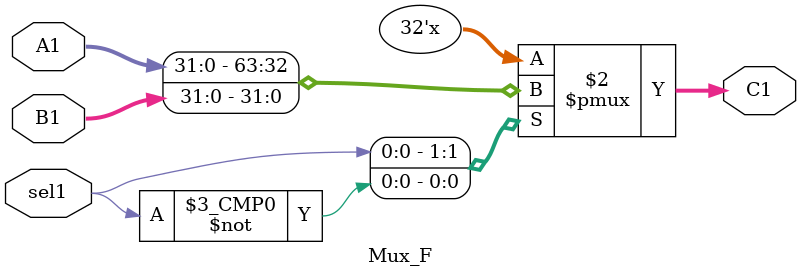
<source format=v>
`timescale 1ns/1ns

module Mux_F (
    input [31:0]A1,
    input [31:0]B1,
    input sel1,
    output reg [31:0]C1
);

always @* 
begin
    case(sel1)
        1'b1: C1 = A1;
        1'B0: C1 = B1;
    endcase
end
endmodule
</source>
